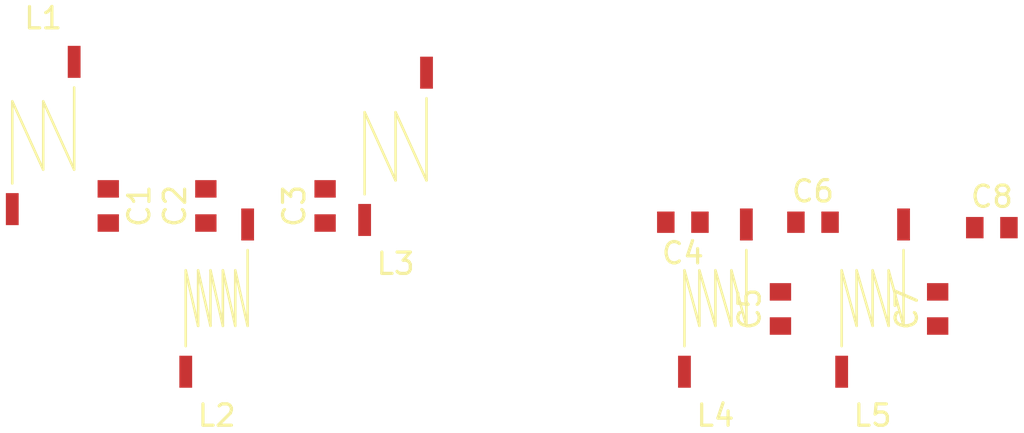
<source format=kicad_pcb>
(kicad_pcb (version 20171130) (host pcbnew "(5.0.2)-1")

  (general
    (thickness 1.6)
    (drawings 0)
    (tracks 0)
    (zones 0)
    (modules 13)
    (nets 8)
  )

  (page A4)
  (layers
    (0 F.Cu signal)
    (31 B.Cu signal)
    (32 B.Adhes user)
    (33 F.Adhes user)
    (34 B.Paste user)
    (35 F.Paste user)
    (36 B.SilkS user)
    (37 F.SilkS user)
    (38 B.Mask user)
    (39 F.Mask user)
    (40 Dwgs.User user)
    (41 Cmts.User user)
    (42 Eco1.User user)
    (43 Eco2.User user)
    (44 Edge.Cuts user)
    (45 Margin user)
    (46 B.CrtYd user)
    (47 F.CrtYd user)
    (48 B.Fab user)
    (49 F.Fab user)
  )

  (setup
    (last_trace_width 0.25)
    (trace_clearance 0.2)
    (zone_clearance 0.508)
    (zone_45_only no)
    (trace_min 0.2)
    (segment_width 0.2)
    (edge_width 0.15)
    (via_size 0.8)
    (via_drill 0.4)
    (via_min_size 0.4)
    (via_min_drill 0.3)
    (uvia_size 0.3)
    (uvia_drill 0.1)
    (uvias_allowed no)
    (uvia_min_size 0.2)
    (uvia_min_drill 0.1)
    (pcb_text_width 0.3)
    (pcb_text_size 1.5 1.5)
    (mod_edge_width 0.15)
    (mod_text_size 1 1)
    (mod_text_width 0.15)
    (pad_size 1.524 1.524)
    (pad_drill 0.762)
    (pad_to_mask_clearance 0.051)
    (solder_mask_min_width 0.25)
    (aux_axis_origin 0 0)
    (visible_elements FFFFFF7F)
    (pcbplotparams
      (layerselection 0x010fc_ffffffff)
      (usegerberextensions false)
      (usegerberattributes false)
      (usegerberadvancedattributes false)
      (creategerberjobfile false)
      (excludeedgelayer true)
      (linewidth 0.100000)
      (plotframeref false)
      (viasonmask false)
      (mode 1)
      (useauxorigin false)
      (hpglpennumber 1)
      (hpglpenspeed 20)
      (hpglpendiameter 15.000000)
      (psnegative false)
      (psa4output false)
      (plotreference true)
      (plotvalue true)
      (plotinvisibletext false)
      (padsonsilk false)
      (subtractmaskfromsilk false)
      (outputformat 1)
      (mirror false)
      (drillshape 1)
      (scaleselection 1)
      (outputdirectory ""))
  )

  (net 0 "")
  (net 1 "Net-(C1-Pad2)")
  (net 2 "Net-(C1-Pad1)")
  (net 3 "Net-(C2-Pad1)")
  (net 4 "Net-(C3-Pad1)")
  (net 5 "Net-(C4-Pad1)")
  (net 6 GND)
  (net 7 "Net-(C6-Pad1)")

  (net_class Default "This is the default net class."
    (clearance 0.2)
    (trace_width 0.25)
    (via_dia 0.8)
    (via_drill 0.4)
    (uvia_dia 0.3)
    (uvia_drill 0.1)
    (add_net GND)
    (add_net "Net-(C1-Pad1)")
    (add_net "Net-(C1-Pad2)")
    (add_net "Net-(C2-Pad1)")
    (add_net "Net-(C3-Pad1)")
    (add_net "Net-(C4-Pad1)")
    (add_net "Net-(C6-Pad1)")
  )

  (module Capacitor_SMD:C_0603_1608Metric (layer F.Cu) (tedit 5AC5DB74) (tstamp 5CA6426C)
    (at 118.11 117.602 270)
    (descr "Capacitor SMD 0603 (1608 Metric), square (rectangular) end terminal, IPC_7351 nominal, (Body size source: http://www.tortai-tech.com/upload/download/2011102023233369053.pdf), generated with kicad-footprint-generator")
    (tags capacitor)
    (path /5C989001)
    (attr smd)
    (fp_text reference C1 (at 0 -1.45 270) (layer F.SilkS)
      (effects (font (size 1 1) (thickness 0.15)))
    )
    (fp_text value 56p (at 0 1.45 270) (layer F.Fab)
      (effects (font (size 1 1) (thickness 0.15)))
    )
    (fp_text user %R (at 0 0 270) (layer F.Fab)
      (effects (font (size 0.4 0.4) (thickness 0.06)))
    )
    (fp_line (start 1.46 0.75) (end -1.46 0.75) (layer F.CrtYd) (width 0.05))
    (fp_line (start 1.46 -0.75) (end 1.46 0.75) (layer F.CrtYd) (width 0.05))
    (fp_line (start -1.46 -0.75) (end 1.46 -0.75) (layer F.CrtYd) (width 0.05))
    (fp_line (start -1.46 0.75) (end -1.46 -0.75) (layer F.CrtYd) (width 0.05))
    (fp_line (start 0.8 0.4) (end -0.8 0.4) (layer F.Fab) (width 0.1))
    (fp_line (start 0.8 -0.4) (end 0.8 0.4) (layer F.Fab) (width 0.1))
    (fp_line (start -0.8 -0.4) (end 0.8 -0.4) (layer F.Fab) (width 0.1))
    (fp_line (start -0.8 0.4) (end -0.8 -0.4) (layer F.Fab) (width 0.1))
    (pad 2 smd rect (at 0.8 0 270) (size 0.82 1) (layers F.Cu F.Paste F.Mask)
      (net 1 "Net-(C1-Pad2)"))
    (pad 1 smd rect (at -0.8 0 270) (size 0.82 1) (layers F.Cu F.Paste F.Mask)
      (net 2 "Net-(C1-Pad1)"))
    (model ${KISYS3DMOD}/Capacitor_SMD.3dshapes/C_0603_1608Metric.wrl
      (at (xyz 0 0 0))
      (scale (xyz 1 1 1))
      (rotate (xyz 0 0 0))
    )
  )

  (module Capacitor_SMD:C_0603_1608Metric (layer F.Cu) (tedit 5AC5DB74) (tstamp 5CA6427B)
    (at 122.682 117.602 90)
    (descr "Capacitor SMD 0603 (1608 Metric), square (rectangular) end terminal, IPC_7351 nominal, (Body size source: http://www.tortai-tech.com/upload/download/2011102023233369053.pdf), generated with kicad-footprint-generator")
    (tags capacitor)
    (path /5C98A175)
    (attr smd)
    (fp_text reference C2 (at 0 -1.45 90) (layer F.SilkS)
      (effects (font (size 1 1) (thickness 0.15)))
    )
    (fp_text value 22p (at 0 1.45 90) (layer F.Fab)
      (effects (font (size 1 1) (thickness 0.15)))
    )
    (fp_line (start -0.8 0.4) (end -0.8 -0.4) (layer F.Fab) (width 0.1))
    (fp_line (start -0.8 -0.4) (end 0.8 -0.4) (layer F.Fab) (width 0.1))
    (fp_line (start 0.8 -0.4) (end 0.8 0.4) (layer F.Fab) (width 0.1))
    (fp_line (start 0.8 0.4) (end -0.8 0.4) (layer F.Fab) (width 0.1))
    (fp_line (start -1.46 0.75) (end -1.46 -0.75) (layer F.CrtYd) (width 0.05))
    (fp_line (start -1.46 -0.75) (end 1.46 -0.75) (layer F.CrtYd) (width 0.05))
    (fp_line (start 1.46 -0.75) (end 1.46 0.75) (layer F.CrtYd) (width 0.05))
    (fp_line (start 1.46 0.75) (end -1.46 0.75) (layer F.CrtYd) (width 0.05))
    (fp_text user %R (at 0 0 90) (layer F.Fab)
      (effects (font (size 0.4 0.4) (thickness 0.06)))
    )
    (pad 1 smd rect (at -0.8 0 90) (size 0.82 1) (layers F.Cu F.Paste F.Mask)
      (net 3 "Net-(C2-Pad1)"))
    (pad 2 smd rect (at 0.8 0 90) (size 0.82 1) (layers F.Cu F.Paste F.Mask)
      (net 2 "Net-(C1-Pad1)"))
    (model ${KISYS3DMOD}/Capacitor_SMD.3dshapes/C_0603_1608Metric.wrl
      (at (xyz 0 0 0))
      (scale (xyz 1 1 1))
      (rotate (xyz 0 0 0))
    )
  )

  (module Capacitor_SMD:C_0603_1608Metric (layer F.Cu) (tedit 5AC5DB74) (tstamp 5CA6428A)
    (at 128.27 117.602 90)
    (descr "Capacitor SMD 0603 (1608 Metric), square (rectangular) end terminal, IPC_7351 nominal, (Body size source: http://www.tortai-tech.com/upload/download/2011102023233369053.pdf), generated with kicad-footprint-generator")
    (tags capacitor)
    (path /5C98A2C9)
    (attr smd)
    (fp_text reference C3 (at 0 -1.45 90) (layer F.SilkS)
      (effects (font (size 1 1) (thickness 0.15)))
    )
    (fp_text value 56p (at 0 1.45 90) (layer F.Fab)
      (effects (font (size 1 1) (thickness 0.15)))
    )
    (fp_text user %R (at 0 0 90) (layer F.Fab)
      (effects (font (size 0.4 0.4) (thickness 0.06)))
    )
    (fp_line (start 1.46 0.75) (end -1.46 0.75) (layer F.CrtYd) (width 0.05))
    (fp_line (start 1.46 -0.75) (end 1.46 0.75) (layer F.CrtYd) (width 0.05))
    (fp_line (start -1.46 -0.75) (end 1.46 -0.75) (layer F.CrtYd) (width 0.05))
    (fp_line (start -1.46 0.75) (end -1.46 -0.75) (layer F.CrtYd) (width 0.05))
    (fp_line (start 0.8 0.4) (end -0.8 0.4) (layer F.Fab) (width 0.1))
    (fp_line (start 0.8 -0.4) (end 0.8 0.4) (layer F.Fab) (width 0.1))
    (fp_line (start -0.8 -0.4) (end 0.8 -0.4) (layer F.Fab) (width 0.1))
    (fp_line (start -0.8 0.4) (end -0.8 -0.4) (layer F.Fab) (width 0.1))
    (pad 2 smd rect (at 0.8 0 90) (size 0.82 1) (layers F.Cu F.Paste F.Mask)
      (net 2 "Net-(C1-Pad1)"))
    (pad 1 smd rect (at -0.8 0 90) (size 0.82 1) (layers F.Cu F.Paste F.Mask)
      (net 4 "Net-(C3-Pad1)"))
    (model ${KISYS3DMOD}/Capacitor_SMD.3dshapes/C_0603_1608Metric.wrl
      (at (xyz 0 0 0))
      (scale (xyz 1 1 1))
      (rotate (xyz 0 0 0))
    )
  )

  (module Capacitor_SMD:C_0603_1608Metric (layer F.Cu) (tedit 5AC5DB74) (tstamp 5CA64299)
    (at 145.034 118.364 180)
    (descr "Capacitor SMD 0603 (1608 Metric), square (rectangular) end terminal, IPC_7351 nominal, (Body size source: http://www.tortai-tech.com/upload/download/2011102023233369053.pdf), generated with kicad-footprint-generator")
    (tags capacitor)
    (path /5C988072)
    (attr smd)
    (fp_text reference C4 (at 0 -1.45) (layer F.SilkS)
      (effects (font (size 1 1) (thickness 0.15)))
    )
    (fp_text value 4p7 (at 0 1.45 180) (layer F.Fab)
      (effects (font (size 1 1) (thickness 0.15)))
    )
    (fp_line (start -0.8 0.4) (end -0.8 -0.4) (layer F.Fab) (width 0.1))
    (fp_line (start -0.8 -0.4) (end 0.8 -0.4) (layer F.Fab) (width 0.1))
    (fp_line (start 0.8 -0.4) (end 0.8 0.4) (layer F.Fab) (width 0.1))
    (fp_line (start 0.8 0.4) (end -0.8 0.4) (layer F.Fab) (width 0.1))
    (fp_line (start -1.46 0.75) (end -1.46 -0.75) (layer F.CrtYd) (width 0.05))
    (fp_line (start -1.46 -0.75) (end 1.46 -0.75) (layer F.CrtYd) (width 0.05))
    (fp_line (start 1.46 -0.75) (end 1.46 0.75) (layer F.CrtYd) (width 0.05))
    (fp_line (start 1.46 0.75) (end -1.46 0.75) (layer F.CrtYd) (width 0.05))
    (fp_text user %R (at 0 0 180) (layer F.Fab)
      (effects (font (size 0.4 0.4) (thickness 0.06)))
    )
    (pad 1 smd rect (at -0.8 0 180) (size 0.82 1) (layers F.Cu F.Paste F.Mask)
      (net 5 "Net-(C4-Pad1)"))
    (pad 2 smd rect (at 0.8 0 180) (size 0.82 1) (layers F.Cu F.Paste F.Mask)
      (net 4 "Net-(C3-Pad1)"))
    (model ${KISYS3DMOD}/Capacitor_SMD.3dshapes/C_0603_1608Metric.wrl
      (at (xyz 0 0 0))
      (scale (xyz 1 1 1))
      (rotate (xyz 0 0 0))
    )
  )

  (module Capacitor_SMD:C_0603_1608Metric (layer F.Cu) (tedit 5AC5DB74) (tstamp 5CA642A8)
    (at 149.606 122.428 90)
    (descr "Capacitor SMD 0603 (1608 Metric), square (rectangular) end terminal, IPC_7351 nominal, (Body size source: http://www.tortai-tech.com/upload/download/2011102023233369053.pdf), generated with kicad-footprint-generator")
    (tags capacitor)
    (path /5C988200)
    (attr smd)
    (fp_text reference C5 (at 0 -1.45 90) (layer F.SilkS)
      (effects (font (size 1 1) (thickness 0.15)))
    )
    (fp_text value 15p (at 0 1.45 90) (layer F.Fab)
      (effects (font (size 1 1) (thickness 0.15)))
    )
    (fp_text user %R (at 0 0 90) (layer F.Fab)
      (effects (font (size 0.4 0.4) (thickness 0.06)))
    )
    (fp_line (start 1.46 0.75) (end -1.46 0.75) (layer F.CrtYd) (width 0.05))
    (fp_line (start 1.46 -0.75) (end 1.46 0.75) (layer F.CrtYd) (width 0.05))
    (fp_line (start -1.46 -0.75) (end 1.46 -0.75) (layer F.CrtYd) (width 0.05))
    (fp_line (start -1.46 0.75) (end -1.46 -0.75) (layer F.CrtYd) (width 0.05))
    (fp_line (start 0.8 0.4) (end -0.8 0.4) (layer F.Fab) (width 0.1))
    (fp_line (start 0.8 -0.4) (end 0.8 0.4) (layer F.Fab) (width 0.1))
    (fp_line (start -0.8 -0.4) (end 0.8 -0.4) (layer F.Fab) (width 0.1))
    (fp_line (start -0.8 0.4) (end -0.8 -0.4) (layer F.Fab) (width 0.1))
    (pad 2 smd rect (at 0.8 0 90) (size 0.82 1) (layers F.Cu F.Paste F.Mask)
      (net 5 "Net-(C4-Pad1)"))
    (pad 1 smd rect (at -0.8 0 90) (size 0.82 1) (layers F.Cu F.Paste F.Mask)
      (net 6 GND))
    (model ${KISYS3DMOD}/Capacitor_SMD.3dshapes/C_0603_1608Metric.wrl
      (at (xyz 0 0 0))
      (scale (xyz 1 1 1))
      (rotate (xyz 0 0 0))
    )
  )

  (module Capacitor_SMD:C_0603_1608Metric (layer F.Cu) (tedit 5AC5DB74) (tstamp 5CA642B7)
    (at 151.13 118.364)
    (descr "Capacitor SMD 0603 (1608 Metric), square (rectangular) end terminal, IPC_7351 nominal, (Body size source: http://www.tortai-tech.com/upload/download/2011102023233369053.pdf), generated with kicad-footprint-generator")
    (tags capacitor)
    (path /5C988184)
    (attr smd)
    (fp_text reference C6 (at 0 -1.45) (layer F.SilkS)
      (effects (font (size 1 1) (thickness 0.15)))
    )
    (fp_text value 1p (at 0 1.45) (layer F.Fab)
      (effects (font (size 1 1) (thickness 0.15)))
    )
    (fp_text user %R (at 0 0) (layer F.Fab)
      (effects (font (size 0.4 0.4) (thickness 0.06)))
    )
    (fp_line (start 1.46 0.75) (end -1.46 0.75) (layer F.CrtYd) (width 0.05))
    (fp_line (start 1.46 -0.75) (end 1.46 0.75) (layer F.CrtYd) (width 0.05))
    (fp_line (start -1.46 -0.75) (end 1.46 -0.75) (layer F.CrtYd) (width 0.05))
    (fp_line (start -1.46 0.75) (end -1.46 -0.75) (layer F.CrtYd) (width 0.05))
    (fp_line (start 0.8 0.4) (end -0.8 0.4) (layer F.Fab) (width 0.1))
    (fp_line (start 0.8 -0.4) (end 0.8 0.4) (layer F.Fab) (width 0.1))
    (fp_line (start -0.8 -0.4) (end 0.8 -0.4) (layer F.Fab) (width 0.1))
    (fp_line (start -0.8 0.4) (end -0.8 -0.4) (layer F.Fab) (width 0.1))
    (pad 2 smd rect (at 0.8 0) (size 0.82 1) (layers F.Cu F.Paste F.Mask)
      (net 5 "Net-(C4-Pad1)"))
    (pad 1 smd rect (at -0.8 0) (size 0.82 1) (layers F.Cu F.Paste F.Mask)
      (net 7 "Net-(C6-Pad1)"))
    (model ${KISYS3DMOD}/Capacitor_SMD.3dshapes/C_0603_1608Metric.wrl
      (at (xyz 0 0 0))
      (scale (xyz 1 1 1))
      (rotate (xyz 0 0 0))
    )
  )

  (module Capacitor_SMD:C_0603_1608Metric (layer F.Cu) (tedit 5AC5DB74) (tstamp 5CA642C6)
    (at 156.972 122.428 90)
    (descr "Capacitor SMD 0603 (1608 Metric), square (rectangular) end terminal, IPC_7351 nominal, (Body size source: http://www.tortai-tech.com/upload/download/2011102023233369053.pdf), generated with kicad-footprint-generator")
    (tags capacitor)
    (path /5C988787)
    (attr smd)
    (fp_text reference C7 (at 0 -1.45 90) (layer F.SilkS)
      (effects (font (size 1 1) (thickness 0.15)))
    )
    (fp_text value 15p (at 0 1.45 90) (layer F.Fab)
      (effects (font (size 1 1) (thickness 0.15)))
    )
    (fp_line (start -0.8 0.4) (end -0.8 -0.4) (layer F.Fab) (width 0.1))
    (fp_line (start -0.8 -0.4) (end 0.8 -0.4) (layer F.Fab) (width 0.1))
    (fp_line (start 0.8 -0.4) (end 0.8 0.4) (layer F.Fab) (width 0.1))
    (fp_line (start 0.8 0.4) (end -0.8 0.4) (layer F.Fab) (width 0.1))
    (fp_line (start -1.46 0.75) (end -1.46 -0.75) (layer F.CrtYd) (width 0.05))
    (fp_line (start -1.46 -0.75) (end 1.46 -0.75) (layer F.CrtYd) (width 0.05))
    (fp_line (start 1.46 -0.75) (end 1.46 0.75) (layer F.CrtYd) (width 0.05))
    (fp_line (start 1.46 0.75) (end -1.46 0.75) (layer F.CrtYd) (width 0.05))
    (fp_text user %R (at 0 0 90) (layer F.Fab)
      (effects (font (size 0.4 0.4) (thickness 0.06)))
    )
    (pad 1 smd rect (at -0.8 0 90) (size 0.82 1) (layers F.Cu F.Paste F.Mask)
      (net 6 GND))
    (pad 2 smd rect (at 0.8 0 90) (size 0.82 1) (layers F.Cu F.Paste F.Mask)
      (net 7 "Net-(C6-Pad1)"))
    (model ${KISYS3DMOD}/Capacitor_SMD.3dshapes/C_0603_1608Metric.wrl
      (at (xyz 0 0 0))
      (scale (xyz 1 1 1))
      (rotate (xyz 0 0 0))
    )
  )

  (module Capacitor_SMD:C_0603_1608Metric (layer F.Cu) (tedit 5AC5DB74) (tstamp 5CA642D5)
    (at 159.512 118.618)
    (descr "Capacitor SMD 0603 (1608 Metric), square (rectangular) end terminal, IPC_7351 nominal, (Body size source: http://www.tortai-tech.com/upload/download/2011102023233369053.pdf), generated with kicad-footprint-generator")
    (tags capacitor)
    (path /5C9881D4)
    (attr smd)
    (fp_text reference C8 (at 0 -1.45) (layer F.SilkS)
      (effects (font (size 1 1) (thickness 0.15)))
    )
    (fp_text value 4p7 (at 0 1.45) (layer F.Fab)
      (effects (font (size 1 1) (thickness 0.15)))
    )
    (fp_line (start -0.8 0.4) (end -0.8 -0.4) (layer F.Fab) (width 0.1))
    (fp_line (start -0.8 -0.4) (end 0.8 -0.4) (layer F.Fab) (width 0.1))
    (fp_line (start 0.8 -0.4) (end 0.8 0.4) (layer F.Fab) (width 0.1))
    (fp_line (start 0.8 0.4) (end -0.8 0.4) (layer F.Fab) (width 0.1))
    (fp_line (start -1.46 0.75) (end -1.46 -0.75) (layer F.CrtYd) (width 0.05))
    (fp_line (start -1.46 -0.75) (end 1.46 -0.75) (layer F.CrtYd) (width 0.05))
    (fp_line (start 1.46 -0.75) (end 1.46 0.75) (layer F.CrtYd) (width 0.05))
    (fp_line (start 1.46 0.75) (end -1.46 0.75) (layer F.CrtYd) (width 0.05))
    (fp_text user %R (at 0 0) (layer F.Fab)
      (effects (font (size 0.4 0.4) (thickness 0.06)))
    )
    (pad 1 smd rect (at -0.8 0) (size 0.82 1) (layers F.Cu F.Paste F.Mask))
    (pad 2 smd rect (at 0.8 0) (size 0.82 1) (layers F.Cu F.Paste F.Mask)
      (net 7 "Net-(C6-Pad1)"))
    (model ${KISYS3DMOD}/Capacitor_SMD.3dshapes/C_0603_1608Metric.wrl
      (at (xyz 0 0 0))
      (scale (xyz 1 1 1))
      (rotate (xyz 0 0 0))
    )
  )

  (module Inductor_SMD:L_Neosid_Air-Coil_SML_2turn_HDM0231A (layer F.Cu) (tedit 5990349C) (tstamp 5CA642EE)
    (at 115.062 114.3)
    (descr "Neosid, Air-Coil, SML, 2turn, HDM0231A,")
    (tags "Neosid Air-Coil SML 2turn HDM0231A")
    (path /5C988FFB)
    (attr smd)
    (fp_text reference L1 (at 0 -5.5) (layer F.SilkS)
      (effects (font (size 1 1) (thickness 0.15)))
    )
    (fp_text value 45n (at 0 5.5) (layer F.Fab)
      (effects (font (size 1 1) (thickness 0.15)))
    )
    (fp_text user %R (at 0 -0.05) (layer F.Fab)
      (effects (font (size 0.7 0.7) (thickness 0.105)))
    )
    (fp_line (start -1.5 3.5) (end -1.5 -1.6) (layer F.Fab) (width 0.1))
    (fp_line (start -1.5 -1.6) (end 0 1.5) (layer F.Fab) (width 0.1))
    (fp_line (start 0 1.5) (end 0.1 -1.5) (layer F.Fab) (width 0.1))
    (fp_line (start 0.1 -1.5) (end 1.5 1.6) (layer F.Fab) (width 0.1))
    (fp_line (start 1.5 1.6) (end 1.5 -3.6) (layer F.Fab) (width 0.1))
    (fp_line (start -2 4.45) (end -0.9 4.45) (layer F.CrtYd) (width 0.05))
    (fp_line (start -0.9 4.45) (end -0.9 2.1) (layer F.CrtYd) (width 0.05))
    (fp_line (start -0.9 2.1) (end 2 2.1) (layer F.CrtYd) (width 0.05))
    (fp_line (start 2 2.1) (end 2 -4.45) (layer F.CrtYd) (width 0.05))
    (fp_line (start 2 -4.45) (end 0.9 -4.45) (layer F.CrtYd) (width 0.05))
    (fp_line (start 0.9 -4.45) (end 0.9 -2.1) (layer F.CrtYd) (width 0.05))
    (fp_line (start 0.9 -2.1) (end -2 -2.1) (layer F.CrtYd) (width 0.05))
    (fp_line (start -2 -2.1) (end -2 4.45) (layer F.CrtYd) (width 0.05))
    (fp_line (start 0 -1.6) (end 1.45 1.6) (layer F.SilkS) (width 0.12))
    (fp_line (start -1.45 -1.6) (end 0 1.6) (layer F.SilkS) (width 0.12))
    (fp_line (start 0 -1.6) (end 0 1.6) (layer F.SilkS) (width 0.12))
    (fp_line (start -1.45 -1.6) (end -1.45 2.25) (layer F.SilkS) (width 0.12))
    (fp_line (start 1.45 1.6) (end 1.45 -2.25) (layer F.SilkS) (width 0.12))
    (pad 1 smd rect (at -1.45 3.45) (size 0.6 1.5) (layers F.Cu F.Paste F.Mask)
      (net 1 "Net-(C1-Pad2)"))
    (pad 2 smd rect (at 1.45 -3.45) (size 0.6 1.5) (layers F.Cu F.Paste F.Mask)
      (net 2 "Net-(C1-Pad1)"))
    (model ${KISYS3DMOD}/Inductor_SMD.3dshapes/L_Neosid_Air-Coil_SML_2turn_HDM0231A.wrl
      (at (xyz 0 0 0))
      (scale (xyz 1 1 1))
      (rotate (xyz 0 0 0))
    )
  )

  (module Inductor_SMD:L_Neosid_Air-Coil_SML_5turn_HDM0531A (layer F.Cu) (tedit 5990349C) (tstamp 5CA64313)
    (at 123.19 121.92 180)
    (descr "Neosid, Air-Coil, SML, 5turn, HDM0531A,")
    (tags "Neosid Air-Coil SML 5turn HDM0531A")
    (path /5C98A1C3)
    (attr smd)
    (fp_text reference L2 (at 0 -5.5 180) (layer F.SilkS)
      (effects (font (size 1 1) (thickness 0.15)))
    )
    (fp_text value 126n (at 0 5.5 180) (layer F.Fab)
      (effects (font (size 1 1) (thickness 0.15)))
    )
    (fp_text user %R (at 0 0 180) (layer F.Fab)
      (effects (font (size 0.7 0.7) (thickness 0.105)))
    )
    (fp_line (start -1.5 3.6) (end -1.5 -1.3) (layer F.Fab) (width 0.1))
    (fp_line (start -1.5 -1.3) (end -0.9 1.3) (layer F.Fab) (width 0.1))
    (fp_line (start -0.9 1.3) (end -0.9 -1.3) (layer F.Fab) (width 0.1))
    (fp_line (start -0.9 -1.3) (end -0.3 1.3) (layer F.Fab) (width 0.1))
    (fp_line (start -0.3 1.3) (end -0.3 -1.3) (layer F.Fab) (width 0.1))
    (fp_line (start -0.3 -1.3) (end 0.3 1.3) (layer F.Fab) (width 0.1))
    (fp_line (start 0.3 1.3) (end 0.3 -1.3) (layer F.Fab) (width 0.1))
    (fp_line (start 0.3 -1.3) (end 0.9 1.3) (layer F.Fab) (width 0.1))
    (fp_line (start 0.9 1.3) (end 0.9 -1.3) (layer F.Fab) (width 0.1))
    (fp_line (start 0.9 -1.3) (end 1.5 1.3) (layer F.Fab) (width 0.1))
    (fp_line (start 1.5 1.3) (end 1.5 -3.6) (layer F.Fab) (width 0.1))
    (fp_line (start -0.29 -1.3) (end 0.29 1.3) (layer F.SilkS) (width 0.12))
    (fp_line (start -0.29 -1.3) (end -0.29 1.3) (layer F.SilkS) (width 0.12))
    (fp_line (start -2 4.45) (end -0.9 4.45) (layer F.CrtYd) (width 0.05))
    (fp_line (start -0.9 4.45) (end -0.9 1.8) (layer F.CrtYd) (width 0.05))
    (fp_line (start -0.9 1.8) (end 2 1.8) (layer F.CrtYd) (width 0.05))
    (fp_line (start 2 1.8) (end 2 -4.45) (layer F.CrtYd) (width 0.05))
    (fp_line (start 2 -4.45) (end 0.9 -4.45) (layer F.CrtYd) (width 0.05))
    (fp_line (start 0.9 -4.45) (end 0.9 -1.8) (layer F.CrtYd) (width 0.05))
    (fp_line (start 0.9 -1.8) (end -2 -1.8) (layer F.CrtYd) (width 0.05))
    (fp_line (start -2 -1.8) (end -2 4.45) (layer F.CrtYd) (width 0.05))
    (fp_line (start 0.29 -1.3) (end 0.87 1.3) (layer F.SilkS) (width 0.12))
    (fp_line (start 0.87 -1.3) (end 1.45 1.3) (layer F.SilkS) (width 0.12))
    (fp_line (start -0.87 -1.3) (end -0.29 1.3) (layer F.SilkS) (width 0.12))
    (fp_line (start -1.45 -1.3) (end -0.87 1.3) (layer F.SilkS) (width 0.12))
    (fp_line (start 0.87 -1.3) (end 0.87 1.3) (layer F.SilkS) (width 0.12))
    (fp_line (start -0.87 -1.3) (end -0.87 1.3) (layer F.SilkS) (width 0.12))
    (fp_line (start 0.29 -1.3) (end 0.29 1.3) (layer F.SilkS) (width 0.12))
    (fp_line (start -1.45 -1.3) (end -1.45 2.25) (layer F.SilkS) (width 0.12))
    (fp_line (start 1.45 1.3) (end 1.45 -2.25) (layer F.SilkS) (width 0.12))
    (pad 1 smd rect (at -1.45 3.45 180) (size 0.6 1.5) (layers F.Cu F.Paste F.Mask)
      (net 3 "Net-(C2-Pad1)"))
    (pad 2 smd rect (at 1.45 -3.45 180) (size 0.6 1.5) (layers F.Cu F.Paste F.Mask)
      (net 6 GND))
    (model ${KISYS3DMOD}/Inductor_SMD.3dshapes/L_Neosid_Air-Coil_SML_5turn_HDM0531A.wrl
      (at (xyz 0 0 0))
      (scale (xyz 1 1 1))
      (rotate (xyz 0 0 0))
    )
  )

  (module Inductor_SMD:L_Neosid_Air-Coil_SML_2turn_HDM0231A (layer F.Cu) (tedit 5990349C) (tstamp 5CA6432C)
    (at 131.572 114.808 180)
    (descr "Neosid, Air-Coil, SML, 2turn, HDM0231A,")
    (tags "Neosid Air-Coil SML 2turn HDM0231A")
    (path /5C98A2C3)
    (attr smd)
    (fp_text reference L3 (at 0 -5.5 180) (layer F.SilkS)
      (effects (font (size 1 1) (thickness 0.15)))
    )
    (fp_text value 45n (at 0 5.5 180) (layer F.Fab)
      (effects (font (size 1 1) (thickness 0.15)))
    )
    (fp_line (start 1.45 1.6) (end 1.45 -2.25) (layer F.SilkS) (width 0.12))
    (fp_line (start -1.45 -1.6) (end -1.45 2.25) (layer F.SilkS) (width 0.12))
    (fp_line (start 0 -1.6) (end 0 1.6) (layer F.SilkS) (width 0.12))
    (fp_line (start -1.45 -1.6) (end 0 1.6) (layer F.SilkS) (width 0.12))
    (fp_line (start 0 -1.6) (end 1.45 1.6) (layer F.SilkS) (width 0.12))
    (fp_line (start -2 -2.1) (end -2 4.45) (layer F.CrtYd) (width 0.05))
    (fp_line (start 0.9 -2.1) (end -2 -2.1) (layer F.CrtYd) (width 0.05))
    (fp_line (start 0.9 -4.45) (end 0.9 -2.1) (layer F.CrtYd) (width 0.05))
    (fp_line (start 2 -4.45) (end 0.9 -4.45) (layer F.CrtYd) (width 0.05))
    (fp_line (start 2 2.1) (end 2 -4.45) (layer F.CrtYd) (width 0.05))
    (fp_line (start -0.9 2.1) (end 2 2.1) (layer F.CrtYd) (width 0.05))
    (fp_line (start -0.9 4.45) (end -0.9 2.1) (layer F.CrtYd) (width 0.05))
    (fp_line (start -2 4.45) (end -0.9 4.45) (layer F.CrtYd) (width 0.05))
    (fp_line (start 1.5 1.6) (end 1.5 -3.6) (layer F.Fab) (width 0.1))
    (fp_line (start 0.1 -1.5) (end 1.5 1.6) (layer F.Fab) (width 0.1))
    (fp_line (start 0 1.5) (end 0.1 -1.5) (layer F.Fab) (width 0.1))
    (fp_line (start -1.5 -1.6) (end 0 1.5) (layer F.Fab) (width 0.1))
    (fp_line (start -1.5 3.5) (end -1.5 -1.6) (layer F.Fab) (width 0.1))
    (fp_text user %R (at 0 -0.05 180) (layer F.Fab)
      (effects (font (size 0.7 0.7) (thickness 0.105)))
    )
    (pad 2 smd rect (at 1.45 -3.45 180) (size 0.6 1.5) (layers F.Cu F.Paste F.Mask)
      (net 4 "Net-(C3-Pad1)"))
    (pad 1 smd rect (at -1.45 3.45 180) (size 0.6 1.5) (layers F.Cu F.Paste F.Mask)
      (net 2 "Net-(C1-Pad1)"))
    (model ${KISYS3DMOD}/Inductor_SMD.3dshapes/L_Neosid_Air-Coil_SML_2turn_HDM0231A.wrl
      (at (xyz 0 0 0))
      (scale (xyz 1 1 1))
      (rotate (xyz 0 0 0))
    )
  )

  (module Inductor_SMD:L_Neosid_Air-Coil_SML_4turn_HDM0431A (layer F.Cu) (tedit 5990349C) (tstamp 5CA6434D)
    (at 146.558 121.92 180)
    (descr "Neosid, Air-Coil, SML, 4turn, HDM0431A,")
    (tags "Neosid Air-Coil SML 4turn HDM0431A")
    (path /5C9880A3)
    (attr smd)
    (fp_text reference L4 (at 0 -5.5 180) (layer F.SilkS)
      (effects (font (size 1 1) (thickness 0.15)))
    )
    (fp_text value 68n (at 0 5.5 180) (layer F.Fab)
      (effects (font (size 1 1) (thickness 0.15)))
    )
    (fp_text user %R (at 0 0 180) (layer F.Fab)
      (effects (font (size 0.7 0.7) (thickness 0.105)))
    )
    (fp_line (start -1.5 3.5) (end -1.5 -1.3) (layer F.Fab) (width 0.1))
    (fp_line (start -1.5 -1.3) (end -0.8 1.3) (layer F.Fab) (width 0.1))
    (fp_line (start -0.8 1.3) (end -0.8 -1.3) (layer F.Fab) (width 0.1))
    (fp_line (start -0.8 -1.3) (end 0 1.3) (layer F.Fab) (width 0.1))
    (fp_line (start 0 1.3) (end 0 -1.3) (layer F.Fab) (width 0.1))
    (fp_line (start 0 -1.3) (end 0.7 1.3) (layer F.Fab) (width 0.1))
    (fp_line (start 0.7 1.3) (end 0.7 -1.3) (layer F.Fab) (width 0.1))
    (fp_line (start 0.7 -1.3) (end 1.5 1.3) (layer F.Fab) (width 0.1))
    (fp_line (start 1.5 1.3) (end 1.5 -3.5) (layer F.Fab) (width 0.1))
    (fp_line (start -2 4.45) (end -0.9 4.45) (layer F.CrtYd) (width 0.05))
    (fp_line (start -0.9 4.45) (end -0.9 1.8) (layer F.CrtYd) (width 0.05))
    (fp_line (start -0.9 1.8) (end 2 1.8) (layer F.CrtYd) (width 0.05))
    (fp_line (start 2 1.8) (end 2 -4.45) (layer F.CrtYd) (width 0.05))
    (fp_line (start 2 -4.45) (end 0.9 -4.45) (layer F.CrtYd) (width 0.05))
    (fp_line (start 0.9 -4.45) (end 0.9 -1.8) (layer F.CrtYd) (width 0.05))
    (fp_line (start 0.9 -1.8) (end -2 -1.8) (layer F.CrtYd) (width 0.05))
    (fp_line (start -2 -1.8) (end -2 4.45) (layer F.CrtYd) (width 0.05))
    (fp_line (start 0 -1.3) (end 0.75 1.3) (layer F.SilkS) (width 0.12))
    (fp_line (start 0.75 -1.3) (end 1.45 1.3) (layer F.SilkS) (width 0.12))
    (fp_line (start -0.75 -1.3) (end 0 1.3) (layer F.SilkS) (width 0.12))
    (fp_line (start -1.45 -1.3) (end -0.75 1.3) (layer F.SilkS) (width 0.12))
    (fp_line (start 0.75 -1.3) (end 0.75 1.3) (layer F.SilkS) (width 0.12))
    (fp_line (start -0.75 -1.3) (end -0.75 1.3) (layer F.SilkS) (width 0.12))
    (fp_line (start 0 -1.3) (end 0 1.3) (layer F.SilkS) (width 0.12))
    (fp_line (start -1.45 -1.3) (end -1.45 2.25) (layer F.SilkS) (width 0.12))
    (fp_line (start 1.45 1.3) (end 1.45 -2.25) (layer F.SilkS) (width 0.12))
    (pad 1 smd rect (at -1.45 3.45 180) (size 0.6 1.5) (layers F.Cu F.Paste F.Mask)
      (net 5 "Net-(C4-Pad1)"))
    (pad 2 smd rect (at 1.45 -3.45 180) (size 0.6 1.5) (layers F.Cu F.Paste F.Mask)
      (net 6 GND))
    (model ${KISYS3DMOD}/Inductor_SMD.3dshapes/L_Neosid_Air-Coil_SML_4turn_HDM0431A.wrl
      (at (xyz 0 0 0))
      (scale (xyz 1 1 1))
      (rotate (xyz 0 0 0))
    )
  )

  (module Inductor_SMD:L_Neosid_Air-Coil_SML_4turn_HDM0431A (layer F.Cu) (tedit 5990349C) (tstamp 5CA6436E)
    (at 153.924 121.92 180)
    (descr "Neosid, Air-Coil, SML, 4turn, HDM0431A,")
    (tags "Neosid Air-Coil SML 4turn HDM0431A")
    (path /5C988781)
    (attr smd)
    (fp_text reference L5 (at 0 -5.5 180) (layer F.SilkS)
      (effects (font (size 1 1) (thickness 0.15)))
    )
    (fp_text value 68n (at 0 5.5 180) (layer F.Fab)
      (effects (font (size 1 1) (thickness 0.15)))
    )
    (fp_line (start 1.45 1.3) (end 1.45 -2.25) (layer F.SilkS) (width 0.12))
    (fp_line (start -1.45 -1.3) (end -1.45 2.25) (layer F.SilkS) (width 0.12))
    (fp_line (start 0 -1.3) (end 0 1.3) (layer F.SilkS) (width 0.12))
    (fp_line (start -0.75 -1.3) (end -0.75 1.3) (layer F.SilkS) (width 0.12))
    (fp_line (start 0.75 -1.3) (end 0.75 1.3) (layer F.SilkS) (width 0.12))
    (fp_line (start -1.45 -1.3) (end -0.75 1.3) (layer F.SilkS) (width 0.12))
    (fp_line (start -0.75 -1.3) (end 0 1.3) (layer F.SilkS) (width 0.12))
    (fp_line (start 0.75 -1.3) (end 1.45 1.3) (layer F.SilkS) (width 0.12))
    (fp_line (start 0 -1.3) (end 0.75 1.3) (layer F.SilkS) (width 0.12))
    (fp_line (start -2 -1.8) (end -2 4.45) (layer F.CrtYd) (width 0.05))
    (fp_line (start 0.9 -1.8) (end -2 -1.8) (layer F.CrtYd) (width 0.05))
    (fp_line (start 0.9 -4.45) (end 0.9 -1.8) (layer F.CrtYd) (width 0.05))
    (fp_line (start 2 -4.45) (end 0.9 -4.45) (layer F.CrtYd) (width 0.05))
    (fp_line (start 2 1.8) (end 2 -4.45) (layer F.CrtYd) (width 0.05))
    (fp_line (start -0.9 1.8) (end 2 1.8) (layer F.CrtYd) (width 0.05))
    (fp_line (start -0.9 4.45) (end -0.9 1.8) (layer F.CrtYd) (width 0.05))
    (fp_line (start -2 4.45) (end -0.9 4.45) (layer F.CrtYd) (width 0.05))
    (fp_line (start 1.5 1.3) (end 1.5 -3.5) (layer F.Fab) (width 0.1))
    (fp_line (start 0.7 -1.3) (end 1.5 1.3) (layer F.Fab) (width 0.1))
    (fp_line (start 0.7 1.3) (end 0.7 -1.3) (layer F.Fab) (width 0.1))
    (fp_line (start 0 -1.3) (end 0.7 1.3) (layer F.Fab) (width 0.1))
    (fp_line (start 0 1.3) (end 0 -1.3) (layer F.Fab) (width 0.1))
    (fp_line (start -0.8 -1.3) (end 0 1.3) (layer F.Fab) (width 0.1))
    (fp_line (start -0.8 1.3) (end -0.8 -1.3) (layer F.Fab) (width 0.1))
    (fp_line (start -1.5 -1.3) (end -0.8 1.3) (layer F.Fab) (width 0.1))
    (fp_line (start -1.5 3.5) (end -1.5 -1.3) (layer F.Fab) (width 0.1))
    (fp_text user %R (at 0 0 180) (layer F.Fab)
      (effects (font (size 0.7 0.7) (thickness 0.105)))
    )
    (pad 2 smd rect (at 1.45 -3.45 180) (size 0.6 1.5) (layers F.Cu F.Paste F.Mask)
      (net 6 GND))
    (pad 1 smd rect (at -1.45 3.45 180) (size 0.6 1.5) (layers F.Cu F.Paste F.Mask)
      (net 7 "Net-(C6-Pad1)"))
    (model ${KISYS3DMOD}/Inductor_SMD.3dshapes/L_Neosid_Air-Coil_SML_4turn_HDM0431A.wrl
      (at (xyz 0 0 0))
      (scale (xyz 1 1 1))
      (rotate (xyz 0 0 0))
    )
  )

)

</source>
